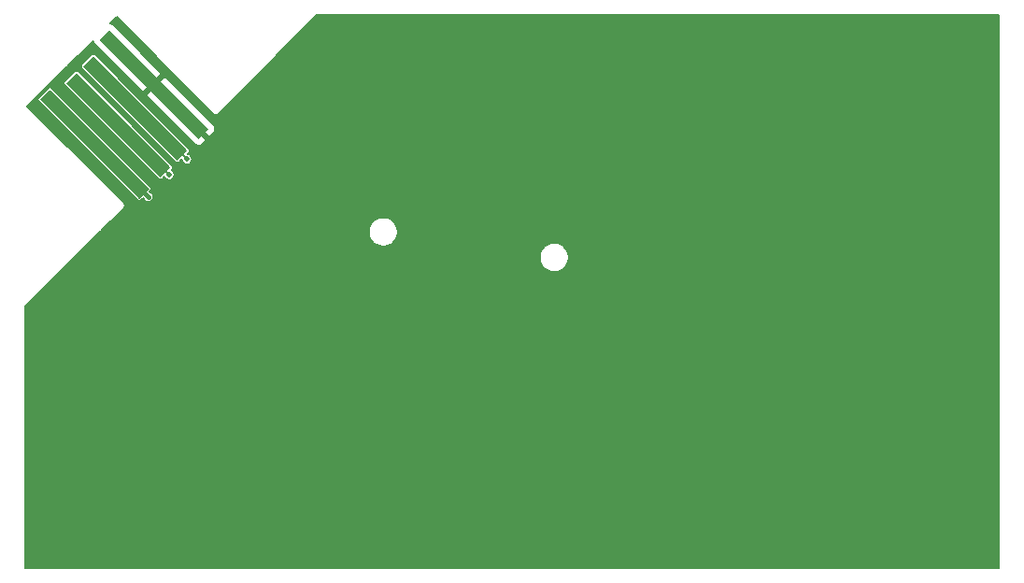
<source format=gbr>
%TF.GenerationSoftware,KiCad,Pcbnew,(5.1.8)-1*%
%TF.CreationDate,2021-04-26T00:43:02-04:00*%
%TF.ProjectId,Dogekey,446f6765-6b65-4792-9e6b-696361645f70,rev?*%
%TF.SameCoordinates,Original*%
%TF.FileFunction,Copper,L1,Top*%
%TF.FilePolarity,Positive*%
%FSLAX46Y46*%
G04 Gerber Fmt 4.6, Leading zero omitted, Abs format (unit mm)*
G04 Created by KiCad (PCBNEW (5.1.8)-1) date 2021-04-26 00:43:02*
%MOMM*%
%LPD*%
G01*
G04 APERTURE LIST*
%TA.AperFunction,SMDPad,CuDef*%
%ADD10C,0.100000*%
%TD*%
%TA.AperFunction,ViaPad*%
%ADD11C,0.500000*%
%TD*%
%TA.AperFunction,Conductor*%
%ADD12C,0.406400*%
%TD*%
%TA.AperFunction,Conductor*%
%ADD13C,0.152400*%
%TD*%
%TA.AperFunction,Conductor*%
%ADD14C,0.100000*%
%TD*%
G04 APERTURE END LIST*
%TA.AperFunction,SMDPad,CuDef*%
D10*
%TO.P,J1,3*%
%TO.N,D+*%
G36*
X32938816Y-54210197D02*
G01*
X24407573Y-45678954D01*
X25305598Y-44780929D01*
X33836841Y-53312172D01*
X32938816Y-54210197D01*
G37*
%TD.AperFunction*%
%TA.AperFunction,SMDPad,CuDef*%
%TO.P,J1,2*%
%TO.N,D-*%
G36*
X31412172Y-55736841D02*
G01*
X22880929Y-47205598D01*
X23778954Y-46307573D01*
X32310197Y-54838816D01*
X31412172Y-55736841D01*
G37*
%TD.AperFunction*%
%TA.AperFunction,SMDPad,CuDef*%
%TO.P,J1,4*%
%TO.N,GND*%
G36*
X34869570Y-52279443D02*
G01*
X25889314Y-43299187D01*
X26787340Y-42401161D01*
X35767596Y-51381417D01*
X34869570Y-52279443D01*
G37*
%TD.AperFunction*%
%TA.AperFunction,SMDPad,CuDef*%
%TO.P,J1,1*%
%TO.N,+5VP*%
G36*
X29481417Y-57667596D02*
G01*
X20501161Y-48687340D01*
X21399187Y-47789314D01*
X30379443Y-56769570D01*
X29481417Y-57667596D01*
G37*
%TD.AperFunction*%
%TD*%
D11*
%TO.N,GND*%
X35700000Y-52200000D03*
X39700000Y-65500000D03*
X40900000Y-62800000D03*
X33400000Y-61000000D03*
X30700000Y-62500000D03*
X30500000Y-65900000D03*
X27400000Y-66000000D03*
X39400000Y-56100000D03*
X40100000Y-52400000D03*
X41600000Y-52400000D03*
X51400000Y-53700000D03*
%TO.N,+5VP*%
X30300000Y-57500000D03*
%TO.N,D+*%
X33800000Y-54100000D03*
%TO.N,D-*%
X32200000Y-55500000D03*
%TD*%
D12*
%TO.N,GND*%
X30840302Y-47340302D02*
X35700000Y-52200000D01*
X30828455Y-47340302D02*
X30840302Y-47340302D01*
%TO.N,+5VP*%
X25528455Y-52728455D02*
X30300000Y-57500000D01*
X25440302Y-52728455D02*
X25528455Y-52728455D01*
D13*
%TO.N,D+*%
X29195563Y-49495563D02*
X29122207Y-49495563D01*
X33800000Y-54100000D02*
X29195563Y-49495563D01*
%TO.N,D-*%
X27722207Y-51022207D02*
X27595563Y-51022207D01*
X32200000Y-55500000D02*
X27722207Y-51022207D01*
%TD*%
%TO.N,GND*%
X107399426Y-91168300D02*
X19156610Y-91168300D01*
X19156610Y-67468610D01*
X23756070Y-62869144D01*
X65771400Y-62869144D01*
X65771400Y-63130856D01*
X65822457Y-63387538D01*
X65922610Y-63629328D01*
X66068009Y-63846933D01*
X66253067Y-64031991D01*
X66470672Y-64177390D01*
X66712462Y-64277543D01*
X66969144Y-64328600D01*
X67230856Y-64328600D01*
X67487538Y-64277543D01*
X67729328Y-64177390D01*
X67946933Y-64031991D01*
X68131991Y-63846933D01*
X68277390Y-63629328D01*
X68377543Y-63387538D01*
X68428600Y-63130856D01*
X68428600Y-62869144D01*
X68377543Y-62612462D01*
X68277390Y-62370672D01*
X68131991Y-62153067D01*
X67946933Y-61968009D01*
X67729328Y-61822610D01*
X67487538Y-61722457D01*
X67230856Y-61671400D01*
X66969144Y-61671400D01*
X66712462Y-61722457D01*
X66470672Y-61822610D01*
X66253067Y-61968009D01*
X66068009Y-62153067D01*
X65922610Y-62370672D01*
X65822457Y-62612462D01*
X65771400Y-62869144D01*
X23756070Y-62869144D01*
X26056068Y-60569144D01*
X50271400Y-60569144D01*
X50271400Y-60830856D01*
X50322457Y-61087538D01*
X50422610Y-61329328D01*
X50568009Y-61546933D01*
X50753067Y-61731991D01*
X50970672Y-61877390D01*
X51212462Y-61977543D01*
X51469144Y-62028600D01*
X51730856Y-62028600D01*
X51987538Y-61977543D01*
X52229328Y-61877390D01*
X52446933Y-61731991D01*
X52631991Y-61546933D01*
X52777390Y-61329328D01*
X52877543Y-61087538D01*
X52928600Y-60830856D01*
X52928600Y-60569144D01*
X52877543Y-60312462D01*
X52777390Y-60070672D01*
X52631991Y-59853067D01*
X52446933Y-59668009D01*
X52229328Y-59522610D01*
X51987538Y-59422457D01*
X51730856Y-59371400D01*
X51469144Y-59371400D01*
X51212462Y-59422457D01*
X50970672Y-59522610D01*
X50753067Y-59668009D01*
X50568009Y-59853067D01*
X50422610Y-60070672D01*
X50322457Y-60312462D01*
X50271400Y-60569144D01*
X26056068Y-60569144D01*
X28101201Y-58524009D01*
X28113728Y-58513728D01*
X28124009Y-58501201D01*
X28124014Y-58501196D01*
X28154793Y-58463693D01*
X28185305Y-58406608D01*
X28204094Y-58344667D01*
X28210439Y-58280250D01*
X28204094Y-58215833D01*
X28185305Y-58153892D01*
X28171101Y-58127319D01*
X28154792Y-58096806D01*
X28124014Y-58059303D01*
X28124012Y-58059301D01*
X28113729Y-58046771D01*
X28101197Y-58036486D01*
X19364710Y-49300000D01*
X19977369Y-48687340D01*
X20271455Y-48687340D01*
X20275869Y-48732153D01*
X20288940Y-48775245D01*
X20310167Y-48814958D01*
X20338734Y-48849767D01*
X29318990Y-57830023D01*
X29353799Y-57858590D01*
X29393512Y-57879817D01*
X29436604Y-57892888D01*
X29481417Y-57897302D01*
X29526230Y-57892888D01*
X29569322Y-57879817D01*
X29609035Y-57858590D01*
X29643844Y-57830023D01*
X29831605Y-57642262D01*
X29847461Y-57658118D01*
X29875870Y-57726702D01*
X29928247Y-57805090D01*
X29994910Y-57871753D01*
X30073298Y-57924130D01*
X30160397Y-57960208D01*
X30252862Y-57978600D01*
X30347138Y-57978600D01*
X30439603Y-57960208D01*
X30526702Y-57924130D01*
X30605090Y-57871753D01*
X30671753Y-57805090D01*
X30724130Y-57726702D01*
X30760208Y-57639603D01*
X30778600Y-57547138D01*
X30778600Y-57452862D01*
X30760208Y-57360397D01*
X30724130Y-57273298D01*
X30671753Y-57194910D01*
X30605090Y-57128247D01*
X30526702Y-57075870D01*
X30458118Y-57047461D01*
X30442262Y-57031605D01*
X30541870Y-56931997D01*
X30570437Y-56897188D01*
X30591664Y-56857475D01*
X30604735Y-56814383D01*
X30609149Y-56769570D01*
X30604735Y-56724757D01*
X30591664Y-56681665D01*
X30570437Y-56641952D01*
X30541870Y-56607143D01*
X21561614Y-47626887D01*
X21526805Y-47598320D01*
X21487092Y-47577093D01*
X21444000Y-47564022D01*
X21399187Y-47559608D01*
X21354374Y-47564022D01*
X21311282Y-47577093D01*
X21271569Y-47598320D01*
X21236760Y-47626887D01*
X20338734Y-48524913D01*
X20310167Y-48559722D01*
X20288940Y-48599435D01*
X20275869Y-48642527D01*
X20271455Y-48687340D01*
X19977369Y-48687340D01*
X21459109Y-47205598D01*
X22651223Y-47205598D01*
X22655637Y-47250411D01*
X22668708Y-47293503D01*
X22689935Y-47333216D01*
X22718502Y-47368025D01*
X31249745Y-55899268D01*
X31284554Y-55927835D01*
X31324267Y-55949062D01*
X31367359Y-55962133D01*
X31412172Y-55966547D01*
X31456985Y-55962133D01*
X31500077Y-55949062D01*
X31539790Y-55927835D01*
X31574599Y-55899268D01*
X31767462Y-55706405D01*
X31775870Y-55726702D01*
X31828247Y-55805090D01*
X31894910Y-55871753D01*
X31973298Y-55924130D01*
X32060397Y-55960208D01*
X32152862Y-55978600D01*
X32247138Y-55978600D01*
X32339603Y-55960208D01*
X32426702Y-55924130D01*
X32505090Y-55871753D01*
X32571753Y-55805090D01*
X32624130Y-55726702D01*
X32660208Y-55639603D01*
X32678600Y-55547138D01*
X32678600Y-55452862D01*
X32660208Y-55360397D01*
X32624130Y-55273298D01*
X32571753Y-55194910D01*
X32505090Y-55128247D01*
X32426702Y-55075870D01*
X32406405Y-55067462D01*
X32472624Y-55001243D01*
X32501191Y-54966434D01*
X32522418Y-54926721D01*
X32535489Y-54883629D01*
X32539903Y-54838816D01*
X32535489Y-54794003D01*
X32522418Y-54750911D01*
X32501191Y-54711198D01*
X32472624Y-54676389D01*
X23941381Y-46145146D01*
X23906572Y-46116579D01*
X23866859Y-46095352D01*
X23823767Y-46082281D01*
X23778954Y-46077867D01*
X23734141Y-46082281D01*
X23691049Y-46095352D01*
X23651336Y-46116579D01*
X23616527Y-46145146D01*
X22718502Y-47043171D01*
X22689935Y-47077980D01*
X22668708Y-47117693D01*
X22655637Y-47160785D01*
X22651223Y-47205598D01*
X21459109Y-47205598D01*
X22985751Y-45678954D01*
X24177867Y-45678954D01*
X24182281Y-45723767D01*
X24195352Y-45766859D01*
X24216579Y-45806572D01*
X24245146Y-45841381D01*
X32776389Y-54372624D01*
X32811198Y-54401191D01*
X32850911Y-54422418D01*
X32894003Y-54435489D01*
X32938816Y-54439903D01*
X32983629Y-54435489D01*
X33026721Y-54422418D01*
X33066434Y-54401191D01*
X33101243Y-54372624D01*
X33322284Y-54151583D01*
X33339792Y-54239603D01*
X33375870Y-54326702D01*
X33428247Y-54405090D01*
X33494910Y-54471753D01*
X33573298Y-54524130D01*
X33660397Y-54560208D01*
X33752862Y-54578600D01*
X33847138Y-54578600D01*
X33939603Y-54560208D01*
X34026702Y-54524130D01*
X34105090Y-54471753D01*
X34171753Y-54405090D01*
X34224130Y-54326702D01*
X34260208Y-54239603D01*
X34278600Y-54147138D01*
X34278600Y-54052862D01*
X34260208Y-53960397D01*
X34224130Y-53873298D01*
X34171753Y-53794910D01*
X34105090Y-53728247D01*
X34026702Y-53675870D01*
X33939603Y-53639792D01*
X33851583Y-53622284D01*
X33999268Y-53474599D01*
X34027835Y-53439790D01*
X34049062Y-53400077D01*
X34062133Y-53356985D01*
X34066547Y-53312172D01*
X34062133Y-53267359D01*
X34049062Y-53224267D01*
X34027835Y-53184554D01*
X33999268Y-53149745D01*
X29074380Y-48224857D01*
X30195347Y-48224857D01*
X30195347Y-48431403D01*
X34454479Y-52694534D01*
X34543436Y-52767537D01*
X34644925Y-52821785D01*
X34755047Y-52855190D01*
X34869570Y-52866470D01*
X34984093Y-52855190D01*
X35094215Y-52821785D01*
X35195705Y-52767537D01*
X35284661Y-52694534D01*
X35502678Y-52472518D01*
X35502678Y-52265972D01*
X30828455Y-47591749D01*
X30195347Y-48224857D01*
X29074380Y-48224857D01*
X25468025Y-44618502D01*
X25433216Y-44589935D01*
X25393503Y-44568708D01*
X25350411Y-44555637D01*
X25305598Y-44551223D01*
X25260785Y-44555637D01*
X25217693Y-44568708D01*
X25177980Y-44589935D01*
X25143171Y-44618502D01*
X24245146Y-45516527D01*
X24216579Y-45551336D01*
X24195352Y-45591049D01*
X24182281Y-45634141D01*
X24177867Y-45678954D01*
X22985751Y-45678954D01*
X25307956Y-43356748D01*
X25313567Y-43413710D01*
X25346972Y-43523832D01*
X25401220Y-43625321D01*
X25474223Y-43714278D01*
X29737354Y-47973410D01*
X29943900Y-47973410D01*
X30577008Y-47340302D01*
X31079902Y-47340302D01*
X35754125Y-52014525D01*
X35960671Y-52014525D01*
X36182687Y-51796508D01*
X36255690Y-51707552D01*
X36309938Y-51606062D01*
X36343343Y-51495940D01*
X36354623Y-51381417D01*
X36343343Y-51266894D01*
X36309938Y-51156772D01*
X36255690Y-51055283D01*
X36182687Y-50966326D01*
X31919556Y-46707194D01*
X31713010Y-46707194D01*
X31079902Y-47340302D01*
X30577008Y-47340302D01*
X30562866Y-47326160D01*
X30814313Y-47074713D01*
X30828455Y-47088855D01*
X31461563Y-46455747D01*
X31461563Y-46249201D01*
X27202431Y-41986070D01*
X27113474Y-41913067D01*
X27011985Y-41858819D01*
X26901863Y-41825414D01*
X26844899Y-41819803D01*
X27431532Y-41233171D01*
X36168033Y-49969673D01*
X36178313Y-49982199D01*
X36190838Y-49992478D01*
X36190844Y-49992484D01*
X36228347Y-50023262D01*
X36285432Y-50053774D01*
X36285434Y-50053775D01*
X36347375Y-50072564D01*
X36411791Y-50078909D01*
X36476207Y-50072564D01*
X36538149Y-50053774D01*
X36595234Y-50023262D01*
X36632737Y-49992484D01*
X36632743Y-49992478D01*
X36645269Y-49982198D01*
X36655549Y-49969672D01*
X45599770Y-41025440D01*
X107399783Y-41025440D01*
X107399426Y-91168300D01*
%TA.AperFunction,Conductor*%
D14*
G36*
X107399426Y-91168300D02*
G01*
X19156610Y-91168300D01*
X19156610Y-67468610D01*
X23756070Y-62869144D01*
X65771400Y-62869144D01*
X65771400Y-63130856D01*
X65822457Y-63387538D01*
X65922610Y-63629328D01*
X66068009Y-63846933D01*
X66253067Y-64031991D01*
X66470672Y-64177390D01*
X66712462Y-64277543D01*
X66969144Y-64328600D01*
X67230856Y-64328600D01*
X67487538Y-64277543D01*
X67729328Y-64177390D01*
X67946933Y-64031991D01*
X68131991Y-63846933D01*
X68277390Y-63629328D01*
X68377543Y-63387538D01*
X68428600Y-63130856D01*
X68428600Y-62869144D01*
X68377543Y-62612462D01*
X68277390Y-62370672D01*
X68131991Y-62153067D01*
X67946933Y-61968009D01*
X67729328Y-61822610D01*
X67487538Y-61722457D01*
X67230856Y-61671400D01*
X66969144Y-61671400D01*
X66712462Y-61722457D01*
X66470672Y-61822610D01*
X66253067Y-61968009D01*
X66068009Y-62153067D01*
X65922610Y-62370672D01*
X65822457Y-62612462D01*
X65771400Y-62869144D01*
X23756070Y-62869144D01*
X26056068Y-60569144D01*
X50271400Y-60569144D01*
X50271400Y-60830856D01*
X50322457Y-61087538D01*
X50422610Y-61329328D01*
X50568009Y-61546933D01*
X50753067Y-61731991D01*
X50970672Y-61877390D01*
X51212462Y-61977543D01*
X51469144Y-62028600D01*
X51730856Y-62028600D01*
X51987538Y-61977543D01*
X52229328Y-61877390D01*
X52446933Y-61731991D01*
X52631991Y-61546933D01*
X52777390Y-61329328D01*
X52877543Y-61087538D01*
X52928600Y-60830856D01*
X52928600Y-60569144D01*
X52877543Y-60312462D01*
X52777390Y-60070672D01*
X52631991Y-59853067D01*
X52446933Y-59668009D01*
X52229328Y-59522610D01*
X51987538Y-59422457D01*
X51730856Y-59371400D01*
X51469144Y-59371400D01*
X51212462Y-59422457D01*
X50970672Y-59522610D01*
X50753067Y-59668009D01*
X50568009Y-59853067D01*
X50422610Y-60070672D01*
X50322457Y-60312462D01*
X50271400Y-60569144D01*
X26056068Y-60569144D01*
X28101201Y-58524009D01*
X28113728Y-58513728D01*
X28124009Y-58501201D01*
X28124014Y-58501196D01*
X28154793Y-58463693D01*
X28185305Y-58406608D01*
X28204094Y-58344667D01*
X28210439Y-58280250D01*
X28204094Y-58215833D01*
X28185305Y-58153892D01*
X28171101Y-58127319D01*
X28154792Y-58096806D01*
X28124014Y-58059303D01*
X28124012Y-58059301D01*
X28113729Y-58046771D01*
X28101197Y-58036486D01*
X19364710Y-49300000D01*
X19977369Y-48687340D01*
X20271455Y-48687340D01*
X20275869Y-48732153D01*
X20288940Y-48775245D01*
X20310167Y-48814958D01*
X20338734Y-48849767D01*
X29318990Y-57830023D01*
X29353799Y-57858590D01*
X29393512Y-57879817D01*
X29436604Y-57892888D01*
X29481417Y-57897302D01*
X29526230Y-57892888D01*
X29569322Y-57879817D01*
X29609035Y-57858590D01*
X29643844Y-57830023D01*
X29831605Y-57642262D01*
X29847461Y-57658118D01*
X29875870Y-57726702D01*
X29928247Y-57805090D01*
X29994910Y-57871753D01*
X30073298Y-57924130D01*
X30160397Y-57960208D01*
X30252862Y-57978600D01*
X30347138Y-57978600D01*
X30439603Y-57960208D01*
X30526702Y-57924130D01*
X30605090Y-57871753D01*
X30671753Y-57805090D01*
X30724130Y-57726702D01*
X30760208Y-57639603D01*
X30778600Y-57547138D01*
X30778600Y-57452862D01*
X30760208Y-57360397D01*
X30724130Y-57273298D01*
X30671753Y-57194910D01*
X30605090Y-57128247D01*
X30526702Y-57075870D01*
X30458118Y-57047461D01*
X30442262Y-57031605D01*
X30541870Y-56931997D01*
X30570437Y-56897188D01*
X30591664Y-56857475D01*
X30604735Y-56814383D01*
X30609149Y-56769570D01*
X30604735Y-56724757D01*
X30591664Y-56681665D01*
X30570437Y-56641952D01*
X30541870Y-56607143D01*
X21561614Y-47626887D01*
X21526805Y-47598320D01*
X21487092Y-47577093D01*
X21444000Y-47564022D01*
X21399187Y-47559608D01*
X21354374Y-47564022D01*
X21311282Y-47577093D01*
X21271569Y-47598320D01*
X21236760Y-47626887D01*
X20338734Y-48524913D01*
X20310167Y-48559722D01*
X20288940Y-48599435D01*
X20275869Y-48642527D01*
X20271455Y-48687340D01*
X19977369Y-48687340D01*
X21459109Y-47205598D01*
X22651223Y-47205598D01*
X22655637Y-47250411D01*
X22668708Y-47293503D01*
X22689935Y-47333216D01*
X22718502Y-47368025D01*
X31249745Y-55899268D01*
X31284554Y-55927835D01*
X31324267Y-55949062D01*
X31367359Y-55962133D01*
X31412172Y-55966547D01*
X31456985Y-55962133D01*
X31500077Y-55949062D01*
X31539790Y-55927835D01*
X31574599Y-55899268D01*
X31767462Y-55706405D01*
X31775870Y-55726702D01*
X31828247Y-55805090D01*
X31894910Y-55871753D01*
X31973298Y-55924130D01*
X32060397Y-55960208D01*
X32152862Y-55978600D01*
X32247138Y-55978600D01*
X32339603Y-55960208D01*
X32426702Y-55924130D01*
X32505090Y-55871753D01*
X32571753Y-55805090D01*
X32624130Y-55726702D01*
X32660208Y-55639603D01*
X32678600Y-55547138D01*
X32678600Y-55452862D01*
X32660208Y-55360397D01*
X32624130Y-55273298D01*
X32571753Y-55194910D01*
X32505090Y-55128247D01*
X32426702Y-55075870D01*
X32406405Y-55067462D01*
X32472624Y-55001243D01*
X32501191Y-54966434D01*
X32522418Y-54926721D01*
X32535489Y-54883629D01*
X32539903Y-54838816D01*
X32535489Y-54794003D01*
X32522418Y-54750911D01*
X32501191Y-54711198D01*
X32472624Y-54676389D01*
X23941381Y-46145146D01*
X23906572Y-46116579D01*
X23866859Y-46095352D01*
X23823767Y-46082281D01*
X23778954Y-46077867D01*
X23734141Y-46082281D01*
X23691049Y-46095352D01*
X23651336Y-46116579D01*
X23616527Y-46145146D01*
X22718502Y-47043171D01*
X22689935Y-47077980D01*
X22668708Y-47117693D01*
X22655637Y-47160785D01*
X22651223Y-47205598D01*
X21459109Y-47205598D01*
X22985751Y-45678954D01*
X24177867Y-45678954D01*
X24182281Y-45723767D01*
X24195352Y-45766859D01*
X24216579Y-45806572D01*
X24245146Y-45841381D01*
X32776389Y-54372624D01*
X32811198Y-54401191D01*
X32850911Y-54422418D01*
X32894003Y-54435489D01*
X32938816Y-54439903D01*
X32983629Y-54435489D01*
X33026721Y-54422418D01*
X33066434Y-54401191D01*
X33101243Y-54372624D01*
X33322284Y-54151583D01*
X33339792Y-54239603D01*
X33375870Y-54326702D01*
X33428247Y-54405090D01*
X33494910Y-54471753D01*
X33573298Y-54524130D01*
X33660397Y-54560208D01*
X33752862Y-54578600D01*
X33847138Y-54578600D01*
X33939603Y-54560208D01*
X34026702Y-54524130D01*
X34105090Y-54471753D01*
X34171753Y-54405090D01*
X34224130Y-54326702D01*
X34260208Y-54239603D01*
X34278600Y-54147138D01*
X34278600Y-54052862D01*
X34260208Y-53960397D01*
X34224130Y-53873298D01*
X34171753Y-53794910D01*
X34105090Y-53728247D01*
X34026702Y-53675870D01*
X33939603Y-53639792D01*
X33851583Y-53622284D01*
X33999268Y-53474599D01*
X34027835Y-53439790D01*
X34049062Y-53400077D01*
X34062133Y-53356985D01*
X34066547Y-53312172D01*
X34062133Y-53267359D01*
X34049062Y-53224267D01*
X34027835Y-53184554D01*
X33999268Y-53149745D01*
X29074380Y-48224857D01*
X30195347Y-48224857D01*
X30195347Y-48431403D01*
X34454479Y-52694534D01*
X34543436Y-52767537D01*
X34644925Y-52821785D01*
X34755047Y-52855190D01*
X34869570Y-52866470D01*
X34984093Y-52855190D01*
X35094215Y-52821785D01*
X35195705Y-52767537D01*
X35284661Y-52694534D01*
X35502678Y-52472518D01*
X35502678Y-52265972D01*
X30828455Y-47591749D01*
X30195347Y-48224857D01*
X29074380Y-48224857D01*
X25468025Y-44618502D01*
X25433216Y-44589935D01*
X25393503Y-44568708D01*
X25350411Y-44555637D01*
X25305598Y-44551223D01*
X25260785Y-44555637D01*
X25217693Y-44568708D01*
X25177980Y-44589935D01*
X25143171Y-44618502D01*
X24245146Y-45516527D01*
X24216579Y-45551336D01*
X24195352Y-45591049D01*
X24182281Y-45634141D01*
X24177867Y-45678954D01*
X22985751Y-45678954D01*
X25307956Y-43356748D01*
X25313567Y-43413710D01*
X25346972Y-43523832D01*
X25401220Y-43625321D01*
X25474223Y-43714278D01*
X29737354Y-47973410D01*
X29943900Y-47973410D01*
X30577008Y-47340302D01*
X31079902Y-47340302D01*
X35754125Y-52014525D01*
X35960671Y-52014525D01*
X36182687Y-51796508D01*
X36255690Y-51707552D01*
X36309938Y-51606062D01*
X36343343Y-51495940D01*
X36354623Y-51381417D01*
X36343343Y-51266894D01*
X36309938Y-51156772D01*
X36255690Y-51055283D01*
X36182687Y-50966326D01*
X31919556Y-46707194D01*
X31713010Y-46707194D01*
X31079902Y-47340302D01*
X30577008Y-47340302D01*
X30562866Y-47326160D01*
X30814313Y-47074713D01*
X30828455Y-47088855D01*
X31461563Y-46455747D01*
X31461563Y-46249201D01*
X27202431Y-41986070D01*
X27113474Y-41913067D01*
X27011985Y-41858819D01*
X26901863Y-41825414D01*
X26844899Y-41819803D01*
X27431532Y-41233171D01*
X36168033Y-49969673D01*
X36178313Y-49982199D01*
X36190838Y-49992478D01*
X36190844Y-49992484D01*
X36228347Y-50023262D01*
X36285432Y-50053774D01*
X36285434Y-50053775D01*
X36347375Y-50072564D01*
X36411791Y-50078909D01*
X36476207Y-50072564D01*
X36538149Y-50053774D01*
X36595234Y-50023262D01*
X36632737Y-49992484D01*
X36632743Y-49992478D01*
X36645269Y-49982198D01*
X36655549Y-49969672D01*
X45599770Y-41025440D01*
X107399783Y-41025440D01*
X107399426Y-91168300D01*
G37*
%TD.AperFunction*%
%TD*%
M02*

</source>
